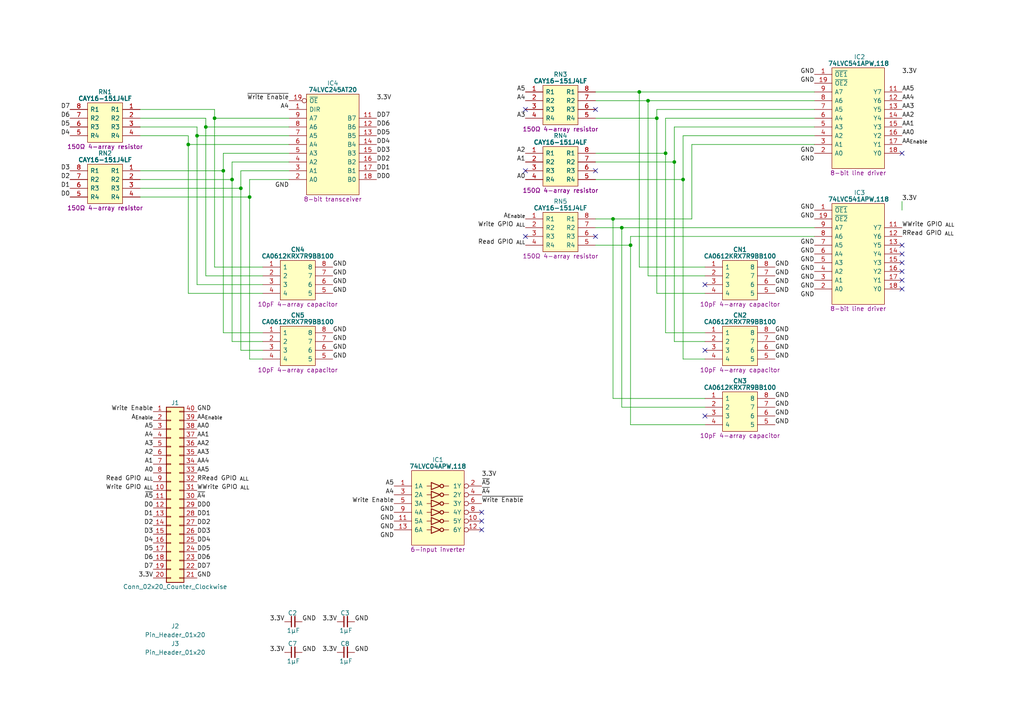
<source format=kicad_sch>
(kicad_sch (version 20250114) (generator "eeschema") (generator_version "9.0")
  (paper "A4")
  (title_block (title "GPIO Bus") (date "2025-04-26") (rev "V0"))
  (lib_symbols
    (symbol "Bourns:CAY16-151J4LF" (pin_names (offset 0.762))
      (property "Reference" "RN" (at 10.16 5.08 0))
      (property "Value" "CAY16-151J4LF" (at 10.16 3.175 0))
      (property "Description" "150Ω 4-array resistor" (at 10.16 -10.795 0))
      (symbol "CAY16-151J4LF_0_0"
        (pin passive line (at 0 0 0) (length 5.08) (name "R1") (number "1"))
        (pin passive line (at 0 -2.54 0) (length 5.08) (name "R2") (number "2"))
        (pin passive line (at 0 -5.08 0) (length 5.08) (name "R3") (number "3"))
        (pin passive line (at 0 -7.62 0) (length 5.08) (name "R4") (number "4"))
        (pin passive line (at 20.32 0 180) (length 5.08) (name "R1") (number "8"))
        (pin passive line (at 20.32 -2.54 180) (length 5.08) (name "R2") (number "7"))
        (pin passive line (at 20.32 -5.08 180) (length 5.08) (name "R3") (number "6"))
        (pin passive line (at 20.32 -7.62 180) (length 5.08) (name "R4") (number "5"))
      )
      (symbol "CAY16-151J4LF_0_1"
        (polyline (pts (xy 5.08 1.905) (xy 15.24 1.905) (xy 15.24 -9.525) (xy 5.08 -9.525) (xy 5.08 1.905)) (stroke (width 0.1524)) (fill (type background)))
      )
    )
    (symbol "Connector_Generic:Conn_02x20_Counter_Clockwise" (pin_names (offset 1.016) (hide yes))
      (property "Reference" "J" (at 1.27 25.4 0))
      (property "Value" "Conn_02x20_Counter_Clockwise" (at 1.27 -27.94 0))
      (symbol "Conn_02x20_Counter_Clockwise_1_1"
        (rectangle (start -1.27 24.13) (end 3.81 -26.67) (stroke (width 0.254)) (fill (type background)))
        (rectangle (start -1.27 22.987) (end 0 22.733) (stroke (width 0.1524)))
        (rectangle (start -1.27 20.447) (end 0 20.193) (stroke (width 0.1524)))
        (rectangle (start -1.27 17.907) (end 0 17.653) (stroke (width 0.1524)))
        (rectangle (start -1.27 15.367) (end 0 15.113) (stroke (width 0.1524)))
        (rectangle (start -1.27 12.827) (end 0 12.573) (stroke (width 0.1524)))
        (rectangle (start -1.27 10.287) (end 0 10.033) (stroke (width 0.1524)))
        (rectangle (start -1.27 7.747) (end 0 7.493) (stroke (width 0.1524)))
        (rectangle (start -1.27 5.207) (end 0 4.953) (stroke (width 0.1524)))
        (rectangle (start -1.27 2.667) (end 0 2.413) (stroke (width 0.1524)))
        (rectangle (start -1.27 0.127) (end 0 -0.127) (stroke (width 0.1524)))
        (rectangle (start -1.27 -2.413) (end 0 -2.667) (stroke (width 0.1524)))
        (rectangle (start -1.27 -4.953) (end 0 -5.207) (stroke (width 0.1524)))
        (rectangle (start -1.27 -7.493) (end 0 -7.747) (stroke (width 0.1524)))
        (rectangle (start -1.27 -10.033) (end 0 -10.287) (stroke (width 0.1524)))
        (rectangle (start -1.27 -12.573) (end 0 -12.827) (stroke (width 0.1524)))
        (rectangle (start -1.27 -15.113) (end 0 -15.367) (stroke (width 0.1524)))
        (rectangle (start -1.27 -17.653) (end 0 -17.907) (stroke (width 0.1524)))
        (rectangle (start -1.27 -20.193) (end 0 -20.447) (stroke (width 0.1524)))
        (rectangle (start -1.27 -22.733) (end 0 -22.987) (stroke (width 0.1524)))
        (rectangle (start -1.27 -25.273) (end 0 -25.527) (stroke (width 0.1524)))
        (rectangle (start 3.81 22.987) (end 2.54 22.733) (stroke (width 0.1524)))
        (rectangle (start 3.81 20.447) (end 2.54 20.193) (stroke (width 0.1524)))
        (rectangle (start 3.81 17.907) (end 2.54 17.653) (stroke (width 0.1524)))
        (rectangle (start 3.81 15.367) (end 2.54 15.113) (stroke (width 0.1524)))
        (rectangle (start 3.81 12.827) (end 2.54 12.573) (stroke (width 0.1524)))
        (rectangle (start 3.81 10.287) (end 2.54 10.033) (stroke (width 0.1524)))
        (rectangle (start 3.81 7.747) (end 2.54 7.493) (stroke (width 0.1524)))
        (rectangle (start 3.81 5.207) (end 2.54 4.953) (stroke (width 0.1524)))
        (rectangle (start 3.81 2.667) (end 2.54 2.413) (stroke (width 0.1524)))
        (rectangle (start 3.81 0.127) (end 2.54 -0.127) (stroke (width 0.1524)))
        (rectangle (start 3.81 -2.413) (end 2.54 -2.667) (stroke (width 0.1524)))
        (rectangle (start 3.81 -4.953) (end 2.54 -5.207) (stroke (width 0.1524)))
        (rectangle (start 3.81 -7.493) (end 2.54 -7.747) (stroke (width 0.1524)))
        (rectangle (start 3.81 -10.033) (end 2.54 -10.287) (stroke (width 0.1524)))
        (rectangle (start 3.81 -12.573) (end 2.54 -12.827) (stroke (width 0.1524)))
        (rectangle (start 3.81 -15.113) (end 2.54 -15.367) (stroke (width 0.1524)))
        (rectangle (start 3.81 -17.653) (end 2.54 -17.907) (stroke (width 0.1524)))
        (rectangle (start 3.81 -20.193) (end 2.54 -20.447) (stroke (width 0.1524)))
        (rectangle (start 3.81 -22.733) (end 2.54 -22.987) (stroke (width 0.1524)))
        (rectangle (start 3.81 -25.273) (end 2.54 -25.527) (stroke (width 0.1524)))
        (pin passive line (at -5.08 22.86 0) (length 3.81) (name "Pin_1") (number "1"))
        (pin passive line (at -5.08 20.32 0) (length 3.81) (name "Pin_2") (number "2"))
        (pin passive line (at -5.08 17.78 0) (length 3.81) (name "Pin_3") (number "3"))
        (pin passive line (at -5.08 15.24 0) (length 3.81) (name "Pin_4") (number "4"))
        (pin passive line (at -5.08 12.7 0) (length 3.81) (name "Pin_5") (number "5"))
        (pin passive line (at -5.08 10.16 0) (length 3.81) (name "Pin_6") (number "6"))
        (pin passive line (at -5.08 7.62 0) (length 3.81) (name "Pin_7") (number "7"))
        (pin passive line (at -5.08 5.08 0) (length 3.81) (name "Pin_8") (number "8"))
        (pin passive line (at -5.08 2.54 0) (length 3.81) (name "Pin_9") (number "9"))
        (pin passive line (at -5.08 0 0) (length 3.81) (name "Pin_10") (number "10"))
        (pin passive line (at -5.08 -2.54 0) (length 3.81) (name "Pin_11") (number "11"))
        (pin passive line (at -5.08 -5.08 0) (length 3.81) (name "Pin_12") (number "12"))
        (pin passive line (at -5.08 -7.62 0) (length 3.81) (name "Pin_13") (number "13"))
        (pin passive line (at -5.08 -10.16 0) (length 3.81) (name "Pin_14") (number "14"))
        (pin passive line (at -5.08 -12.7 0) (length 3.81) (name "Pin_15") (number "15"))
        (pin passive line (at -5.08 -15.24 0) (length 3.81) (name "Pin_16") (number "16"))
        (pin passive line (at -5.08 -17.78 0) (length 3.81) (name "Pin_17") (number "17"))
        (pin passive line (at -5.08 -20.32 0) (length 3.81) (name "Pin_18") (number "18"))
        (pin passive line (at -5.08 -22.86 0) (length 3.81) (name "Pin_19") (number "19"))
        (pin passive line (at -5.08 -25.4 0) (length 3.81) (name "Pin_20") (number "20"))
        (pin passive line (at 7.62 22.86 180) (length 3.81) (name "Pin_40") (number "40"))
        (pin passive line (at 7.62 20.32 180) (length 3.81) (name "Pin_39") (number "39"))
        (pin passive line (at 7.62 17.78 180) (length 3.81) (name "Pin_38") (number "38"))
        (pin passive line (at 7.62 15.24 180) (length 3.81) (name "Pin_37") (number "37"))
        (pin passive line (at 7.62 12.7 180) (length 3.81) (name "Pin_36") (number "36"))
        (pin passive line (at 7.62 10.16 180) (length 3.81) (name "Pin_35") (number "35"))
        (pin passive line (at 7.62 7.62 180) (length 3.81) (name "Pin_34") (number "34"))
        (pin passive line (at 7.62 5.08 180) (length 3.81) (name "Pin_33") (number "33"))
        (pin passive line (at 7.62 2.54 180) (length 3.81) (name "Pin_32") (number "32"))
        (pin passive line (at 7.62 0 180) (length 3.81) (name "Pin_31") (number "31"))
        (pin passive line (at 7.62 -2.54 180) (length 3.81) (name "Pin_30") (number "30"))
        (pin passive line (at 7.62 -5.08 180) (length 3.81) (name "Pin_29") (number "29"))
        (pin passive line (at 7.62 -7.62 180) (length 3.81) (name "Pin_28") (number "28"))
        (pin passive line (at 7.62 -10.16 180) (length 3.81) (name "Pin_27") (number "27"))
        (pin passive line (at 7.62 -12.7 180) (length 3.81) (name "Pin_26") (number "26"))
        (pin passive line (at 7.62 -15.24 180) (length 3.81) (name "Pin_25") (number "25"))
        (pin passive line (at 7.62 -17.78 180) (length 3.81) (name "Pin_24") (number "24"))
        (pin passive line (at 7.62 -20.32 180) (length 3.81) (name "Pin_23") (number "23"))
        (pin passive line (at 7.62 -22.86 180) (length 3.81) (name "Pin_22") (number "22"))
        (pin passive line (at 7.62 -25.4 180) (length 3.81) (name "Pin_21") (number "21"))
      )
    )
    (symbol "Diodes_Inc:74LVC245AT20" (pin_names (offset 0.762))
      (property "Reference" "IC" (at 12.7 5.08 0))
      (property "Value" "74LVC245AT20" (at 12.7 3.175 0))
      (property "Description" "8-bit transceiver" (at 12.7 -28.575 0))
      (symbol "74LVC245AT20_0_0"
        (pin input inverted (at 0 0 0) (length 5.08) (name "~{OE}") (number "19"))
        (pin input line (at 0 -2.54 0) (length 5.08) (name "DIR") (number "1"))
        (pin tri_state line (at 0 -5.08 0) (length 5.08) (name "A7") (number "9"))
        (pin tri_state line (at 0 -7.62 0) (length 5.08) (name "A6") (number "8"))
        (pin tri_state line (at 0 -10.16 0) (length 5.08) (name "A5") (number "7"))
        (pin tri_state line (at 0 -12.7 0) (length 5.08) (name "A4") (number "6"))
        (pin tri_state line (at 0 -15.24 0) (length 5.08) (name "A3") (number "5"))
        (pin tri_state line (at 0 -17.78 0) (length 5.08) (name "A2") (number "4"))
        (pin tri_state line (at 0 -20.32 0) (length 5.08) (name "A1") (number "3"))
        (pin tri_state line (at 0 -22.86 0) (length 5.08) (name "A0") (number "2"))
        (pin passive line (at 0 -25.4 0) (length 5.08) (hide yes) (name "GND") (number "10"))
        (pin tri_state line (at 25.4 -5.08 180) (length 5.08) (name "B7") (number "11"))
        (pin tri_state line (at 25.4 -7.62 180) (length 5.08) (name "B6") (number "12"))
        (pin tri_state line (at 25.4 -10.16 180) (length 5.08) (name "B5") (number "13"))
        (pin tri_state line (at 25.4 -12.7 180) (length 5.08) (name "B4") (number "14"))
        (pin tri_state line (at 25.4 -15.24 180) (length 5.08) (name "B3") (number "15"))
        (pin tri_state line (at 25.4 -17.78 180) (length 5.08) (name "B2") (number "16"))
        (pin tri_state line (at 25.4 -20.32 180) (length 5.08) (name "B1") (number "17"))
        (pin tri_state line (at 25.4 -22.86 180) (length 5.08) (name "B0") (number "18"))
      )
      (symbol "74LVC245AT20_0_1"
        (polyline (pts (xy 5.08 1.905) (xy 20.32 1.905) (xy 20.32 -27.305) (xy 5.08 -27.305) (xy 5.08 1.905)) (stroke (width 0.1524)) (fill (type background)))
      )
      (symbol "74LVC245AT20_1_0"
        (pin passive line (at 25.4 0 180) (length 5.08) (hide yes) (name "3V") (number "20"))
      )
    )
    (symbol "HCP65:C_0805" (pin_numbers (hide yes)) (pin_names (offset 0.254) (hide yes))
      (property "Reference" "C" (at 2.286 2.54 0))
      (property "Value" "?μF" (at 2.54 -2.54 0))
      (symbol "C_0805_0_1"
        (polyline (pts (xy 1.9685 -1.4605) (xy 1.9685 1.5875)) (stroke (width 0.3048)))
        (polyline (pts (xy 2.9845 -1.4605) (xy 2.9845 1.5875)) (stroke (width 0.3302)))
      )
      (symbol "C_0805_1_1"
        (pin passive line (at 0 0 0) (length 2.032) (name "~") (number "1"))
        (pin passive line (at 5.08 0 180) (length 2.032) (name "~") (number "2"))
      )
    )
    (symbol "HCP65:Pin_Header_01x32" (pin_names (offset 1.016) (hide yes))
      (property "Reference" "J" (at 0 1.27 0))
      (property "Value" "Pin_Header_01x32" (at 0 -1.27 0))
    )
    (symbol "Nexperia:74LVC04APW,118" (pin_names (offset 0.762))
      (property "Reference" "IC" (at 12.7 7.62 0))
      (property "Value" "74LVC04APW,118" (at 12.7 5.715 0))
      (property "Description" "6-input inverter" (at 12.7 -18.415 0))
      (symbol "74LVC04APW,118_0_0"
        (pin input line (at 0 0 0) (length 5.08) (name "1A") (number "1"))
        (pin input line (at 0 -2.54 0) (length 5.08) (name "2A") (number "3"))
        (pin input line (at 0 -5.08 0) (length 5.08) (name "3A") (number "5"))
        (pin input line (at 0 -7.62 0) (length 5.08) (name "4A") (number "9"))
        (pin input line (at 0 -10.16 0) (length 5.08) (name "5A") (number "11"))
        (pin input line (at 0 -12.7 0) (length 5.08) (name "6A") (number "13"))
        (pin passive line (at 0 -15.24 0) (length 5.08) (hide yes) (name "GND") (number "7"))
        (pin passive line (at 25.4 2.54 180) (length 5.08) (hide yes) (name "3V") (number "14"))
        (pin output inverted (at 25.4 0 180) (length 5.08) (name "1Y") (number "2"))
        (pin output inverted (at 25.4 -2.54 180) (length 5.08) (name "2Y") (number "4"))
        (pin output inverted (at 25.4 -5.08 180) (length 5.08) (name "3Y") (number "6"))
        (pin output inverted (at 25.4 -7.62 180) (length 5.08) (name "4Y") (number "8"))
        (pin output inverted (at 25.4 -10.16 180) (length 5.08) (name "5Y") (number "10"))
        (pin output inverted (at 25.4 -12.7 180) (length 5.08) (name "6Y") (number "12"))
      )
      (symbol "74LVC04APW,118_0_1"
        (polyline (pts (xy 5.08 4.445) (xy 20.32 4.445) (xy 20.32 -17.145) (xy 5.08 -17.145) (xy 5.08 4.445)) (stroke (width 0.1524)) (fill (type background)))
        (polyline (pts (xy 9.525 0) (xy 10.7949 0)))
        (polyline (pts (xy 9.525 -2.54) (xy 10.7949 -2.54)))
        (polyline (pts (xy 9.525 -5.08) (xy 10.7949 -5.08)))
        (polyline (pts (xy 9.525 -7.62) (xy 10.7949 -7.62)))
        (polyline (pts (xy 9.525 -10.16) (xy 10.7949 -10.16)))
        (polyline (pts (xy 9.525 -12.7) (xy 10.7949 -12.7)))
        (rectangle (start 10.795 1.016) (end 10.795 -1.016) (stroke (width 0.254)) (fill (type background)))
        (polyline (pts (xy 10.795 -1.016) (xy 13.335 0) (xy 10.795 1.016)) (stroke (width 0.254)))
        (rectangle (start 10.795 -1.524) (end 10.795 -3.556) (stroke (width 0.254)) (fill (type background)))
        (polyline (pts (xy 10.795 -3.556) (xy 13.335 -2.54) (xy 10.795 -1.524)) (stroke (width 0.254)))
        (rectangle (start 10.795 -4.064) (end 10.795 -6.096) (stroke (width 0.254)) (fill (type background)))
        (polyline (pts (xy 10.795 -6.096) (xy 13.335 -5.08) (xy 10.795 -4.064)) (stroke (width 0.254)))
        (rectangle (start 10.795 -6.604) (end 10.795 -8.636) (stroke (width 0.254)) (fill (type background)))
        (polyline (pts (xy 10.795 -8.636) (xy 13.335 -7.62) (xy 10.795 -6.604)) (stroke (width 0.254)))
        (rectangle (start 10.795 -9.144) (end 10.795 -11.176) (stroke (width 0.254)) (fill (type background)))
        (polyline (pts (xy 10.795 -11.176) (xy 13.335 -10.16) (xy 10.795 -9.144)) (stroke (width 0.254)))
        (rectangle (start 10.795 -11.684) (end 10.795 -13.716) (stroke (width 0.254)) (fill (type background)))
        (polyline (pts (xy 10.795 -13.716) (xy 13.335 -12.7) (xy 10.795 -11.684)) (stroke (width 0.254)))
        (circle (center 13.843 0) (radius 0.508) (stroke (width 0.254)))
        (circle (center 13.843 -2.54) (radius 0.508) (stroke (width 0.254)))
        (circle (center 13.843 -5.08) (radius 0.508) (stroke (width 0.254)))
        (circle (center 13.843 -7.62) (radius 0.508) (stroke (width 0.254)))
        (circle (center 13.843 -10.16) (radius 0.508) (stroke (width 0.254)))
        (circle (center 13.843 -12.7) (radius 0.508) (stroke (width 0.254)))
        (polyline (pts (xy 14.351 0) (xy 15.875 0)))
        (polyline (pts (xy 14.351 -2.54) (xy 15.875 -2.54)))
        (polyline (pts (xy 14.351 -5.08) (xy 15.875 -5.08)))
        (polyline (pts (xy 14.351 -7.62) (xy 15.875 -7.62)))
        (polyline (pts (xy 14.351 -10.16) (xy 15.875 -10.16)))
        (polyline (pts (xy 14.351 -12.7) (xy 15.875 -12.7)))
      )
    )
    (symbol "Nexperia:74LVC541APW,118" (pin_names (offset 0.762))
      (property "Reference" "IC" (at 11.43 5.08 0))
      (property "Value" "74LVC541APW,118" (at 3.81 3.175 0))
      (property "Description" "8-bit line driver" (at 12.7 -28.575 0))
      (symbol "74LVC541APW,118_0_0"
        (pin input line (at 0 0 0) (length 5.08) (name "~{OE1}") (number "1"))
        (pin input line (at 0 -2.54 0) (length 5.08) (name "~{OE2}") (number "19"))
        (pin input line (at 0 -5.08 0) (length 5.08) (name "A7") (number "9"))
        (pin input line (at 0 -7.62 0) (length 5.08) (name "A6") (number "8"))
        (pin input line (at 0 -10.16 0) (length 5.08) (name "A5") (number "7"))
        (pin input line (at 0 -12.7 0) (length 5.08) (name "A4") (number "6"))
        (pin input line (at 0 -15.24 0) (length 5.08) (name "A3") (number "5"))
        (pin input line (at 0 -17.78 0) (length 5.08) (name "A2") (number "4"))
        (pin input line (at 0 -20.32 0) (length 5.08) (name "A1") (number "3"))
        (pin input line (at 0 -22.86 0) (length 5.08) (name "A0") (number "2"))
        (pin passive line (at 0 -25.4 0) (length 5.08) (hide yes) (name "GND") (number "10"))
        (pin passive line (at 25.4 0 180) (length 5.08) (hide yes) (name "3V") (number "20"))
        (pin tri_state line (at 25.4 -5.08 180) (length 5.08) (name "Y7") (number "11"))
        (pin tri_state line (at 25.4 -7.62 180) (length 5.08) (name "Y6") (number "12"))
        (pin tri_state line (at 25.4 -10.16 180) (length 5.08) (name "Y5") (number "13"))
        (pin tri_state line (at 25.4 -12.7 180) (length 5.08) (name "Y4") (number "14"))
        (pin tri_state line (at 25.4 -15.24 180) (length 5.08) (name "Y3") (number "15"))
        (pin tri_state line (at 25.4 -17.78 180) (length 5.08) (name "Y2") (number "16"))
        (pin tri_state line (at 25.4 -20.32 180) (length 5.08) (name "Y1") (number "17"))
        (pin tri_state line (at 25.4 -22.86 180) (length 5.08) (name "Y0") (number "18"))
      )
      (symbol "74LVC541APW,118_0_1"
        (polyline (pts (xy 5.08 1.905) (xy 20.32 1.905) (xy 20.32 -27.305) (xy 5.08 -27.305) (xy 5.08 1.905)) (stroke (width 0.1524)) (fill (type background)))
      )
    )
    (symbol "Yageo:CA0612KRX7R9BB100" (pin_names (offset 0.762))
      (property "Reference" "CN" (at 10.16 5.08 0))
      (property "Value" "CA0612KRX7R9BB100" (at 10.16 3.175 0))
      (property "Description" "10pF 4-array capacitor" (at 10.16 -10.795 0))
      (symbol "CA0612KRX7R9BB100_0_0"
        (pin passive line (at 0 0 0) (length 5.08) (name "1") (number "1"))
        (pin passive line (at 0 -2.54 0) (length 5.08) (name "2") (number "2"))
        (pin passive line (at 0 -5.08 0) (length 5.08) (name "3") (number "3"))
        (pin passive line (at 0 -7.62 0) (length 5.08) (name "4") (number "4"))
        (pin passive line (at 20.32 0 180) (length 5.08) (name "8") (number "8"))
        (pin passive line (at 20.32 -2.54 180) (length 5.08) (name "7") (number "7"))
        (pin passive line (at 20.32 -5.08 180) (length 5.08) (name "6") (number "6"))
        (pin passive line (at 20.32 -7.62 180) (length 5.08) (name "5") (number "5"))
      )
      (symbol "CA0612KRX7R9BB100_1_1"
        (polyline (pts (xy 5.08 1.905) (xy 15.24 1.905) (xy 15.24 -9.525) (xy 5.08 -9.525) (xy 5.08 1.905)) (stroke (width 0.1524)) (fill (type background)))
      )
    )
  )
  (junction (at 180.34 66.04))
  (junction (at 59.69 36.83))
  (junction (at 69.85 54.61))
  (junction (at 177.8 63.5))
  (junction (at 193.04 44.45))
  (junction (at 185.42 26.67))
  (junction (at 190.5 34.29))
  (junction (at 195.58 46.99))
  (junction (at 62.23 34.29))
  (junction (at 54.61 41.91))
  (junction (at 182.88 71.12))
  (junction (at 67.31 52.07))
  (junction (at 198.12 52.07))
  (junction (at 72.39 57.15))
  (junction (at 187.96 29.21))
  (junction (at 57.15 39.37))
  (junction (at 64.77 49.53))
  (no_connect (at 152.4 68.58))
  (no_connect (at 261.62 44.45))
  (no_connect (at 261.62 73.66))
  (no_connect (at 139.7 148.59))
  (no_connect (at 204.47 101.6))
  (no_connect (at 261.62 78.74))
  (no_connect (at 139.7 151.13))
  (no_connect (at 261.62 83.82))
  (no_connect (at 152.4 49.53))
  (no_connect (at 139.7 153.67))
  (no_connect (at 172.72 49.53))
  (no_connect (at 204.47 120.65))
  (no_connect (at 261.62 71.12))
  (no_connect (at 172.72 31.75))
  (no_connect (at 261.62 81.28))
  (no_connect (at 152.4 31.75))
  (no_connect (at 204.47 82.55))
  (no_connect (at 261.62 76.2))
  (no_connect (at 172.72 68.58))
  (wire (pts (xy 83.82 44.45) (xy 64.77 44.45)))
  (wire (pts (xy 59.69 34.29) (xy 40.64 34.29)))
  (wire (pts (xy 195.58 99.06) (xy 195.58 46.99)))
  (wire (pts (xy 204.47 104.14) (xy 198.12 104.14)))
  (wire (pts (xy 62.23 31.75) (xy 62.23 34.29)))
  (wire (pts (xy 57.15 39.37) (xy 57.15 36.83)))
  (wire (pts (xy 187.96 29.21) (xy 236.22 29.21)))
  (wire (pts (xy 190.5 85.09) (xy 204.47 85.09)))
  (wire (pts (xy 195.58 46.99) (xy 172.72 46.99)))
  (wire (pts (xy 69.85 101.6) (xy 69.85 54.61)))
  (wire (pts (xy 57.15 36.83) (xy 40.64 36.83)))
  (wire (pts (xy 190.5 31.75) (xy 236.22 31.75)))
  (wire (pts (xy 67.31 46.99) (xy 67.31 52.07)))
  (wire (pts (xy 198.12 39.37) (xy 198.12 52.07)))
  (wire (pts (xy 54.61 85.09) (xy 54.61 41.91)))
  (wire (pts (xy 180.34 66.04) (xy 236.22 66.04)))
  (wire (pts (xy 76.2 96.52) (xy 64.77 96.52)))
  (wire (pts (xy 76.2 85.09) (xy 54.61 85.09)))
  (wire (pts (xy 180.34 118.11) (xy 180.34 66.04)))
  (wire (pts (xy 204.47 115.57) (xy 177.8 115.57)))
  (wire (pts (xy 204.47 118.11) (xy 180.34 118.11)))
  (wire (pts (xy 83.82 36.83) (xy 59.69 36.83)))
  (wire (pts (xy 64.77 49.53) (xy 40.64 49.53)))
  (wire (pts (xy 204.47 80.01) (xy 187.96 80.01)))
  (wire (pts (xy 64.77 96.52) (xy 64.77 49.53)))
  (wire (pts (xy 40.64 57.15) (xy 72.39 57.15)))
  (wire (pts (xy 76.2 101.6) (xy 69.85 101.6)))
  (wire (pts (xy 76.2 82.55) (xy 57.15 82.55)))
  (wire (pts (xy 83.82 41.91) (xy 54.61 41.91)))
  (wire (pts (xy 261.62 60.96) (xy 261.62 58.42)))
  (wire (pts (xy 72.39 104.14) (xy 72.39 57.15)))
  (wire (pts (xy 69.85 49.53) (xy 69.85 54.61)))
  (wire (pts (xy 76.2 77.47) (xy 62.23 77.47)))
  (wire (pts (xy 76.2 99.06) (xy 67.31 99.06)))
  (wire (pts (xy 76.2 80.01) (xy 59.69 80.01)))
  (wire (pts (xy 177.8 115.57) (xy 177.8 63.5)))
  (wire (pts (xy 54.61 39.37) (xy 40.64 39.37)))
  (wire (pts (xy 72.39 52.07) (xy 83.82 52.07)))
  (wire (pts (xy 187.96 80.01) (xy 187.96 29.21)))
  (wire (pts (xy 190.5 34.29) (xy 190.5 85.09)))
  (wire (pts (xy 72.39 57.15) (xy 72.39 52.07)))
  (wire (pts (xy 204.47 96.52) (xy 193.04 96.52)))
  (wire (pts (xy 193.04 44.45) (xy 193.04 34.29)))
  (wire (pts (xy 182.88 71.12) (xy 182.88 123.19)))
  (wire (pts (xy 59.69 80.01) (xy 59.69 36.83)))
  (wire (pts (xy 62.23 34.29) (xy 83.82 34.29)))
  (wire (pts (xy 236.22 41.91) (xy 200.66 41.91)))
  (wire (pts (xy 62.23 77.47) (xy 62.23 34.29)))
  (wire (pts (xy 172.72 52.07) (xy 198.12 52.07)))
  (wire (pts (xy 40.64 31.75) (xy 62.23 31.75)))
  (wire (pts (xy 190.5 34.29) (xy 190.5 31.75)))
  (wire (pts (xy 236.22 39.37) (xy 198.12 39.37)))
  (wire (pts (xy 193.04 96.52) (xy 193.04 44.45)))
  (wire (pts (xy 204.47 77.47) (xy 185.42 77.47)))
  (wire (pts (xy 182.88 68.58) (xy 236.22 68.58)))
  (wire (pts (xy 172.72 34.29) (xy 190.5 34.29)))
  (wire (pts (xy 172.72 29.21) (xy 187.96 29.21)))
  (wire (pts (xy 69.85 54.61) (xy 40.64 54.61)))
  (wire (pts (xy 172.72 44.45) (xy 193.04 44.45)))
  (wire (pts (xy 59.69 36.83) (xy 59.69 34.29)))
  (wire (pts (xy 67.31 46.99) (xy 83.82 46.99)))
  (wire (pts (xy 193.04 34.29) (xy 236.22 34.29)))
  (wire (pts (xy 182.88 68.58) (xy 182.88 71.12)))
  (wire (pts (xy 83.82 39.37) (xy 57.15 39.37)))
  (wire (pts (xy 236.22 36.83) (xy 195.58 36.83)))
  (wire (pts (xy 76.2 104.14) (xy 72.39 104.14)))
  (wire (pts (xy 64.77 44.45) (xy 64.77 49.53)))
  (wire (pts (xy 200.66 41.91) (xy 200.66 63.5)))
  (wire (pts (xy 204.47 123.19) (xy 182.88 123.19)))
  (wire (pts (xy 83.82 49.53) (xy 69.85 49.53)))
  (wire (pts (xy 198.12 52.07) (xy 198.12 104.14)))
  (wire (pts (xy 172.72 71.12) (xy 182.88 71.12)))
  (wire (pts (xy 67.31 99.06) (xy 67.31 52.07)))
  (wire (pts (xy 172.72 66.04) (xy 180.34 66.04)))
  (wire (pts (xy 185.42 77.47) (xy 185.42 26.67)))
  (wire (pts (xy 204.47 99.06) (xy 195.58 99.06)))
  (wire (pts (xy 57.15 82.55) (xy 57.15 39.37)))
  (wire (pts (xy 177.8 63.5) (xy 200.66 63.5)))
  (wire (pts (xy 185.42 26.67) (xy 236.22 26.67)))
  (wire (pts (xy 195.58 36.83) (xy 195.58 46.99)))
  (wire (pts (xy 67.31 52.07) (xy 40.64 52.07)))
  (wire (pts (xy 172.72 63.5) (xy 177.8 63.5)))
  (wire (pts (xy 172.72 26.67) (xy 185.42 26.67)))
  (wire (pts (xy 54.61 41.91) (xy 54.61 39.37)))
  (label "A1" (at 152.4 46.99 180))
  (label "~{Write Enable}" (at 83.82 29.21 180))
  (label "AA_{Enable}" (at 57.15 121.92 0))
  (label "GND" (at 236.22 71.12 180))
  (label "A4" (at 114.3 143.51 180))
  (label "A4" (at 152.4 29.21 180))
  (label "GND" (at 224.79 120.65 0))
  (label "GND" (at 96.52 85.09 0))
  (label "D1" (at 20.32 54.61 180))
  (label "DD3" (at 109.22 44.45 0))
  (label "GND" (at 102.87 180.34 0))
  (label "DD7" (at 57.15 165.1 0))
  (label "Write GPIO _{ALL}" (at 44.45 142.24 180))
  (label "3.3V" (at 97.79 189.23 180))
  (label "A4" (at 83.82 31.75 180))
  (label "GND" (at 96.52 96.52 0))
  (label "A2" (at 152.4 44.45 180))
  (label "GND" (at 236.22 63.5 180))
  (label "DD5" (at 57.15 160.02 0))
  (label "~{A5}" (at 44.45 144.78 180))
  (label "D7" (at 44.45 165.1 180))
  (label "AA2" (at 261.62 34.29 0))
  (label "A5" (at 152.4 26.67 180))
  (label "AA2" (at 57.15 129.54 0))
  (label "GND" (at 236.22 24.13 180))
  (label "RRead GPIO _{ALL}" (at 261.62 68.58 0))
  (label "D5" (at 20.32 36.83 180))
  (label "3.3V" (at 44.45 167.64 180))
  (label "D6" (at 20.32 34.29 180))
  (label "GND" (at 236.22 78.74 180))
  (label "GND" (at 236.22 60.96 180))
  (label "AA4" (at 261.62 29.21 0))
  (label "DD1" (at 109.22 49.53 0))
  (label "GND" (at 96.52 82.55 0))
  (label "GND" (at 236.22 86.36 180))
  (label "GND" (at 224.79 82.55 0))
  (label "AA3" (at 261.62 31.75 0))
  (label "GND" (at 96.52 77.47 0))
  (label "D5" (at 44.45 160.02 180))
  (label "Read GPIO _{ALL}" (at 152.4 71.12 180))
  (label "D4" (at 20.32 39.37 180))
  (label "DD6" (at 57.15 162.56 0))
  (label "GND" (at 57.15 167.64 0))
  (label "D2" (at 44.45 152.4 180))
  (label "GND" (at 83.82 54.61 180))
  (label "DD1" (at 57.15 149.86 0))
  (label "GND" (at 224.79 80.01 0))
  (label "Write GPIO _{ALL}" (at 152.4 66.04 180))
  (label "D3" (at 20.32 49.53 180))
  (label "A5" (at 114.3 140.97 180))
  (label "A3" (at 152.4 34.29 180))
  (label "DD4" (at 57.15 157.48 0))
  (label "Write Enable" (at 44.45 119.38 180))
  (label "AA0" (at 261.62 39.37 0))
  (label "GND" (at 102.87 189.23 0))
  (label "GND" (at 96.52 101.6 0))
  (label "D4" (at 44.45 157.48 180))
  (label "GND" (at 224.79 77.47 0))
  (label "DD0" (at 57.15 147.32 0))
  (label "A0" (at 152.4 52.07 180))
  (label "GND" (at 114.3 156.21 180))
  (label "GND" (at 224.79 104.14 0))
  (label "GND" (at 96.52 99.06 0))
  (label "D2" (at 20.32 52.07 180))
  (label "GND" (at 236.22 73.66 180))
  (label "AA4" (at 57.15 134.62 0))
  (label "GND" (at 236.22 83.82 180))
  (label "3.3V" (at 82.55 180.34 180))
  (label "D7" (at 20.32 31.75 180))
  (label "D1" (at 44.45 149.86 180))
  (label "GND" (at 236.22 44.45 180))
  (label "GND" (at 114.3 148.59 180))
  (label "3.3V" (at 139.7 138.43 0))
  (label "AA3" (at 57.15 132.08 0))
  (label "GND" (at 96.52 80.01 0))
  (label "GND" (at 236.22 76.2 180))
  (label "A5" (at 44.45 124.46 180))
  (label "AA5" (at 261.62 26.67 0))
  (label "AA1" (at 261.62 36.83 0))
  (label "D0" (at 20.32 57.15 180))
  (label "GND" (at 114.3 153.67 180))
  (label "Write Enable" (at 114.3 146.05 180))
  (label "~{A5}" (at 139.7 140.97 0))
  (label "GND" (at 114.3 151.13 180))
  (label "D3" (at 44.45 154.94 180))
  (label "GND" (at 87.63 180.34 0))
  (label "GND" (at 236.22 46.99 180))
  (label "GND" (at 224.79 118.11 0))
  (label "WWrite GPIO _{ALL}" (at 57.15 142.24 0))
  (label "GND" (at 236.22 21.59 180))
  (label "A4" (at 44.45 127 180))
  (label "A_{Enable}" (at 152.4 63.5 180))
  (label "~{A4}" (at 57.15 144.78 0))
  (label "3.3V" (at 261.62 21.59 0))
  (label "GND" (at 236.22 81.28 180))
  (label "DD7" (at 109.22 34.29 0))
  (label "AA_{Enable}" (at 261.62 41.91 0))
  (label "GND" (at 224.79 115.57 0))
  (label "DD4" (at 109.22 41.91 0))
  (label "GND" (at 96.52 104.14 0))
  (label "A1" (at 44.45 134.62 180))
  (label "~{Write Enable}" (at 139.7 146.05 0))
  (label "DD2" (at 109.22 46.99 0))
  (label "GND" (at 224.79 99.06 0))
  (label "AA0" (at 57.15 124.46 0))
  (label "3.3V" (at 97.79 180.34 180))
  (label "~{A4}" (at 139.7 143.51 0))
  (label "AA1" (at 57.15 127 0))
  (label "3.3V" (at 82.55 189.23 180))
  (label "GND" (at 224.79 85.09 0))
  (label "A3" (at 44.45 129.54 180))
  (label "RRead GPIO _{ALL}" (at 57.15 139.7 0))
  (label "3.3V" (at 261.62 58.42 0))
  (label "DD0" (at 109.22 52.07 0))
  (label "DD3" (at 57.15 154.94 0))
  (label "DD2" (at 57.15 152.4 0))
  (label "AA5" (at 57.15 137.16 0))
  (label "GND" (at 87.63 189.23 0))
  (label "A0" (at 44.45 137.16 180))
  (label "A_{Enable}" (at 44.45 121.92 180))
  (label "A2" (at 44.45 132.08 180))
  (label "GND" (at 224.79 96.52 0))
  (label "GND" (at 224.79 123.19 0))
  (label "GND" (at 57.15 119.38 0))
  (label "DD6" (at 109.22 36.83 0))
  (label "D6" (at 44.45 162.56 180))
  (label "3.3V" (at 109.22 29.21 0))
  (label "D0" (at 44.45 147.32 180))
  (label "GND" (at 224.79 101.6 0))
  (label "WWrite GPIO _{ALL}" (at 261.62 66.04 0))
  (label "Read GPIO _{ALL}" (at 44.45 139.7 180))
  (label "DD5" (at 109.22 39.37 0))
  (symbol (lib_id "HCP65:Pin_Header_01x32") (at 50.8 187.96 0) (unit 1)
    (property "Reference" "J3" (at 50.8 186.69 0))
    (property "Value" "Pin_Header_01x20" (at 50.8 189.23 0))
    (property "Footprint" "SamacSys_Parts:PinHeader_1x20_P2.54mm_Vertical" (effects (hide yes)))
  )
  (symbol (lib_id "Bourns:CAY16-151J4LF") (at 152.4 63.5 0) (unit 1)
    (property "Reference" "RN5" (at 162.56 58.42 0))
    (property "Value" "CAY16-151J4LF" (at 162.56 60.325 0) (effects (font (bold yes))))
    (property "Footprint" "SamacSys_Parts:CAY16-J4" (effects (hide yes)))
    (property "Datasheet" "https://datasheet.datasheetarchive.com/originals/distributors/SFDatasheet-7/sf-000140092.pdf" (effects (hide yes)))
    (property "Description" "150Ω 4-array resistor" (at 162.56 74.295 0))
    (property "Height" "0.6" (effects (hide yes)))
    (property "Manufacturer_Name" "Bourns" (effects (hide yes)))
    (property "Manufacturer_Part_Number" "CAY16-151J4LF" (effects (hide yes)))
    (property "Mouser Part Number" "652-CAY16-151J4LF" (effects (hide yes)))
    (property "Mouser Price/Stock" "https://www.mouser.co.uk/ProductDetail/Bourns/CAY16-151J4LF?qs=Qv7qbSW4mEF5GWsPNNp3QA%3D%3D" (effects (hide yes)))
    (property "Arrow Part Number" "CAY16-151J4LF" (effects (hide yes)))
    (property "Arrow Price/Stock" "https://www.arrow.com/en/products/cay16-151j4lf/bourns" (effects (hide yes)))
    (property "Silkscreen" "150Ω" (effects (hide yes)))
    (property "Garbage" "Bourns CAY16 Series 150 +/-5% Isolated SMT Resistor Array, 4 Resistors, 0.25W total 1206 (3216M) package Convex" (effects (hide yes)))
  )
  (symbol (lib_id "Nexperia:74LVC541APW,118") (at 236.22 60.96 0) (unit 1)
    (property "Reference" "IC3" (at 247.65 55.88 0) (effects (justify left)))
    (property "Value" "74LVC541APW,118" (at 240.03 57.785 0) (effects (font (bold yes)) (justify left)))
    (property "Footprint" "SamacSys_Parts:SOP65P640X110-20N" (effects (hide yes)))
    (property "Datasheet" "https://assets.nexperia.com/documents/data-sheet/74LVC541A.pdf" (effects (hide yes)))
    (property "Description" "8-bit line driver" (at 248.92 89.535 0))
    (property "Height" "1.1" (effects (hide yes)))
    (property "Mouser Part Number" "771-74LVC541APW-T" (effects (hide yes)))
    (property "Mouser Price/Stock" "https://www.mouser.co.uk/ProductDetail/Nexperia/74LVC541APW118?qs=me8TqzrmIYXvoPByM7nnJQ%3D%3D" (effects (hide yes)))
    (property "Manufacturer_Name" "Nexperia" (effects (hide yes)))
    (property "Manufacturer_Part_Number" "74LVC541APW,118" (effects (hide yes)))
    (property "Silkscreen" "74LVC541" (effects (hide yes)))
    (property "Garbage" "74LVC541A - Octal buffer/line driver with 5 V tolerant inputs/outputs; 3-state@en-us" (effects (hide yes)))
  )
  (symbol (lib_id "Yageo:CA0612KRX7R9BB100") (at 204.47 115.57 0) (unit 1)
    (property "Reference" "CN3" (at 214.63 110.49 0) (effects (font (bold yes))))
    (property "Value" "CA0612KRX7R9BB100" (at 214.63 112.395 0) (effects (font (bold yes))))
    (property "Footprint" "SamacSys_Parts:CA0612KRX7R9BB100" (effects (hide yes)))
    (property "Datasheet" "https://componentsearchengine.com/Datasheets/1/CA0612KRX7R9BB102.pdf" (effects (hide yes)))
    (property "Description" "10pF 4-array capacitor" (at 214.63 126.365 0))
    (property "Manufacturer_Name" "KEMET" (effects (hide yes)))
    (property "Manufacturer_Part_Number" "CA0612KRX7R9BB102" (effects (hide yes)))
    (property "Mouser Part Number" "603-CA612KRX7R9BB102" (effects (hide yes)))
    (property "Mouser Price/Stock" "https://www.mouser.co.uk/ProductDetail/YAGEO/CA0612KRX7R9BB102?qs=50q%252BZR8McTG8nSzW%2FPfXjQ%3D%3D" (effects (hide yes)))
    (property "Silkscreen" "10pF" (effects (hide yes)))
  )
  (symbol (lib_id "HCP65:C_0805") (at 97.79 180.34 0) (unit 1)
    (property "Reference" "C3" (at 100.076 177.8 0))
    (property "Value" "1μF" (at 100.33 182.88 0))
    (property "Footprint" "SamacSys_Parts:C_0805" (effects (hide yes)))
  )
  (symbol (lib_id "Yageo:CA0612KRX7R9BB100") (at 204.47 96.52 0) (unit 1)
    (property "Reference" "CN2" (at 214.63 91.44 0) (effects (font (bold yes))))
    (property "Value" "CA0612KRX7R9BB100" (at 214.63 93.345 0) (effects (font (bold yes))))
    (property "Footprint" "SamacSys_Parts:CA0612KRX7R9BB100" (effects (hide yes)))
    (property "Datasheet" "https://componentsearchengine.com/Datasheets/1/CA0612KRX7R9BB102.pdf" (effects (hide yes)))
    (property "Description" "10pF 4-array capacitor" (at 214.63 107.315 0))
    (property "Manufacturer_Name" "KEMET" (effects (hide yes)))
    (property "Manufacturer_Part_Number" "CA0612KRX7R9BB102" (effects (hide yes)))
    (property "Mouser Part Number" "603-CA612KRX7R9BB102" (effects (hide yes)))
    (property "Mouser Price/Stock" "https://www.mouser.co.uk/ProductDetail/YAGEO/CA0612KRX7R9BB102?qs=50q%252BZR8McTG8nSzW%2FPfXjQ%3D%3D" (effects (hide yes)))
    (property "Silkscreen" "10pF" (effects (hide yes)))
  )
  (symbol (lib_id "HCP65:C_0805") (at 82.55 180.34 0) (unit 1)
    (property "Reference" "C2" (at 84.836 177.8 0))
    (property "Value" "1μF" (at 85.09 182.88 0))
    (property "Footprint" "SamacSys_Parts:C_0805" (effects (hide yes)))
  )
  (symbol (lib_id "Bourns:CAY16-151J4LF") (at 40.64 31.75 0) (mirror y) (unit 1)
    (property "Reference" "RN1" (at 30.48 26.67 0))
    (property "Value" "CAY16-151J4LF" (at 30.48 28.575 0) (effects (font (bold yes))))
    (property "Footprint" "SamacSys_Parts:CAY16-J4" (effects (hide yes)))
    (property "Datasheet" "https://datasheet.datasheetarchive.com/originals/distributors/SFDatasheet-7/sf-000140092.pdf" (effects (hide yes)))
    (property "Description" "150Ω 4-array resistor" (at 30.48 42.545 0))
    (property "Height" "0.6" (effects (hide yes)))
    (property "Manufacturer_Name" "Bourns" (effects (hide yes)))
    (property "Manufacturer_Part_Number" "CAY16-151J4LF" (effects (hide yes)))
    (property "Mouser Part Number" "652-CAY16-151J4LF" (effects (hide yes)))
    (property "Mouser Price/Stock" "https://www.mouser.co.uk/ProductDetail/Bourns/CAY16-151J4LF?qs=Qv7qbSW4mEF5GWsPNNp3QA%3D%3D" (effects (hide yes)))
    (property "Arrow Part Number" "CAY16-151J4LF" (effects (hide yes)))
    (property "Arrow Price/Stock" "https://www.arrow.com/en/products/cay16-151j4lf/bourns" (effects (hide yes)))
    (property "Silkscreen" "150Ω" (effects (hide yes)))
    (property "Garbage" "Bourns CAY16 Series 150 +/-5% Isolated SMT Resistor Array, 4 Resistors, 0.25W total 1206 (3216M) package Convex" (effects (hide yes)))
  )
  (symbol (lib_id "Yageo:CA0612KRX7R9BB100") (at 76.2 77.47 0) (unit 1)
    (property "Reference" "CN4" (at 86.36 72.39 0) (effects (font (bold yes))))
    (property "Value" "CA0612KRX7R9BB100" (at 86.36 74.295 0) (effects (font (bold yes))))
    (property "Footprint" "SamacSys_Parts:CA0612KRX7R9BB100" (effects (hide yes)))
    (property "Datasheet" "https://componentsearchengine.com/Datasheets/1/CA0612KRX7R9BB102.pdf" (effects (hide yes)))
    (property "Description" "10pF 4-array capacitor" (at 86.36 88.265 0))
    (property "Manufacturer_Name" "KEMET" (effects (hide yes)))
    (property "Manufacturer_Part_Number" "CA0612KRX7R9BB102" (effects (hide yes)))
    (property "Mouser Part Number" "603-CA612KRX7R9BB102" (effects (hide yes)))
    (property "Mouser Price/Stock" "https://www.mouser.co.uk/ProductDetail/YAGEO/CA0612KRX7R9BB102?qs=50q%252BZR8McTG8nSzW%2FPfXjQ%3D%3D" (effects (hide yes)))
    (property "Silkscreen" "10pF" (effects (hide yes)))
  )
  (symbol (lib_id "Diodes_Inc:74LVC245AT20") (at 83.82 29.21 0) (unit 1)
    (property "Reference" "IC4" (at 96.52 24.13 0))
    (property "Value" "74LVC245AT20" (at 96.52 26.035 0) (effects (font (bold yes))))
    (property "Footprint" "SamacSys_Parts:SOP65P640X120-20N" (effects (hide yes)))
    (property "Datasheet" "https://www.diodes.com/assets/Datasheets/74LVC245A.pdf" (effects (hide yes)))
    (property "Description" "8-bit transceiver" (at 96.52 57.785 0))
    (property "Height" "1.2" (effects (hide yes)))
    (property "Manufacturer_Name" "Diodes Inc." (effects (hide yes)))
    (property "Manufacturer_Part_Number" "74LVC245AT20-13" (effects (hide yes)))
    (property "Mouser Part Number" "621-74LVC245AT20-13" (effects (hide yes)))
    (property "Mouser Price/Stock" "https://www.mouser.co.uk/ProductDetail/Diodes-Incorporated/74LVC245AT20-13?qs=IvkZ4pJZlB2XcM151iWWTw%3D%3D" (effects (hide yes)))
    (property "Silkscreen" "74LVC245" (effects (hide yes)))
    (property "Garbage" "Bus Transceivers Octal Buffer Trans 3-State Outputs" (effects (hide yes)))
  )
  (symbol (lib_id "Connector_Generic:Conn_02x20_Counter_Clockwise") (at 49.53 142.24 0) (unit 1)
    (property "Reference" "J1" (at 50.8 116.84 0))
    (property "Value" "Conn_02x20_Counter_Clockwise" (at 50.8 170.18 0))
    (property "Footprint" "SamacSys_Parts:DIP-40_Board_W22.86mm" (effects (hide yes)))
    (property "Description" "Generic connector, double row, 02x20, counter clockwise pin numbering scheme (similar to DIP package numbering), script generated (kicad-library-utils/schlib/autogen/connector/)" (effects (hide yes)))
  )
  (symbol (lib_id "Bourns:CAY16-151J4LF") (at 152.4 26.67 0) (unit 1)
    (property "Reference" "RN3" (at 162.56 21.59 0))
    (property "Value" "CAY16-151J4LF" (at 162.56 23.495 0) (effects (font (bold yes))))
    (property "Footprint" "SamacSys_Parts:CAY16-J4" (effects (hide yes)))
    (property "Datasheet" "https://datasheet.datasheetarchive.com/originals/distributors/SFDatasheet-7/sf-000140092.pdf" (effects (hide yes)))
    (property "Description" "150Ω 4-array resistor" (at 162.56 37.465 0))
    (property "Height" "0.6" (effects (hide yes)))
    (property "Manufacturer_Name" "Bourns" (effects (hide yes)))
    (property "Manufacturer_Part_Number" "CAY16-151J4LF" (effects (hide yes)))
    (property "Mouser Part Number" "652-CAY16-151J4LF" (effects (hide yes)))
    (property "Mouser Price/Stock" "https://www.mouser.co.uk/ProductDetail/Bourns/CAY16-151J4LF?qs=Qv7qbSW4mEF5GWsPNNp3QA%3D%3D" (effects (hide yes)))
    (property "Arrow Part Number" "CAY16-151J4LF" (effects (hide yes)))
    (property "Arrow Price/Stock" "https://www.arrow.com/en/products/cay16-151j4lf/bourns" (effects (hide yes)))
    (property "Silkscreen" "150Ω" (effects (hide yes)))
    (property "Garbage" "Bourns CAY16 Series 150 +/-5% Isolated SMT Resistor Array, 4 Resistors, 0.25W total 1206 (3216M) package Convex" (effects (hide yes)))
  )
  (symbol (lib_id "Bourns:CAY16-151J4LF") (at 152.4 44.45 0) (unit 1)
    (property "Reference" "RN4" (at 162.56 39.37 0))
    (property "Value" "CAY16-151J4LF" (at 162.56 41.275 0) (effects (font (bold yes))))
    (property "Footprint" "SamacSys_Parts:CAY16-J4" (effects (hide yes)))
    (property "Datasheet" "https://datasheet.datasheetarchive.com/originals/distributors/SFDatasheet-7/sf-000140092.pdf" (effects (hide yes)))
    (property "Description" "150Ω 4-array resistor" (at 162.56 55.245 0))
    (property "Height" "0.6" (effects (hide yes)))
    (property "Manufacturer_Name" "Bourns" (effects (hide yes)))
    (property "Manufacturer_Part_Number" "CAY16-151J4LF" (effects (hide yes)))
    (property "Mouser Part Number" "652-CAY16-151J4LF" (effects (hide yes)))
    (property "Mouser Price/Stock" "https://www.mouser.co.uk/ProductDetail/Bourns/CAY16-151J4LF?qs=Qv7qbSW4mEF5GWsPNNp3QA%3D%3D" (effects (hide yes)))
    (property "Arrow Part Number" "CAY16-151J4LF" (effects (hide yes)))
    (property "Arrow Price/Stock" "https://www.arrow.com/en/products/cay16-151j4lf/bourns" (effects (hide yes)))
    (property "Silkscreen" "150Ω" (effects (hide yes)))
    (property "Garbage" "Bourns CAY16 Series 150 +/-5% Isolated SMT Resistor Array, 4 Resistors, 0.25W total 1206 (3216M) package Convex" (effects (hide yes)))
  )
  (symbol (lib_id "Nexperia:74LVC541APW,118") (at 236.22 21.59 0) (unit 1)
    (property "Reference" "IC2" (at 247.65 16.51 0) (effects (justify left)))
    (property "Value" "74LVC541APW,118" (at 240.03 18.415 0) (effects (font (bold yes)) (justify left)))
    (property "Footprint" "SamacSys_Parts:SOP65P640X110-20N" (effects (hide yes)))
    (property "Datasheet" "https://assets.nexperia.com/documents/data-sheet/74LVC541A.pdf" (effects (hide yes)))
    (property "Description" "8-bit line driver" (at 248.92 50.165 0))
    (property "Height" "1.1" (effects (hide yes)))
    (property "Mouser Part Number" "771-74LVC541APW-T" (effects (hide yes)))
    (property "Mouser Price/Stock" "https://www.mouser.co.uk/ProductDetail/Nexperia/74LVC541APW118?qs=me8TqzrmIYXvoPByM7nnJQ%3D%3D" (effects (hide yes)))
    (property "Manufacturer_Name" "Nexperia" (effects (hide yes)))
    (property "Manufacturer_Part_Number" "74LVC541APW,118" (effects (hide yes)))
    (property "Silkscreen" "74LVC541" (effects (hide yes)))
    (property "Garbage" "74LVC541A - Octal buffer/line driver with 5 V tolerant inputs/outputs; 3-state@en-us" (effects (hide yes)))
  )
  (symbol (lib_id "HCP65:C_0805") (at 97.79 189.23 0) (unit 1)
    (property "Reference" "C8" (at 100.076 186.69 0))
    (property "Value" "1μF" (at 100.33 191.77 0))
    (property "Footprint" "SamacSys_Parts:C_0805" (effects (hide yes)))
  )
  (symbol (lib_id "HCP65:Pin_Header_01x32") (at 50.8 182.88 0) (mirror y) (unit 1)
    (property "Reference" "J2" (at 50.8 181.61 0))
    (property "Value" "Pin_Header_01x20" (at 50.8 184.15 0))
    (property "Footprint" "SamacSys_Parts:PinHeader_1x20_P2.54mm_Vertical" (effects (hide yes)))
  )
  (symbol (lib_id "Bourns:CAY16-151J4LF") (at 40.64 49.53 0) (mirror y) (unit 1)
    (property "Reference" "RN2" (at 30.48 44.45 0))
    (property "Value" "CAY16-151J4LF" (at 30.48 46.355 0) (effects (font (bold yes))))
    (property "Footprint" "SamacSys_Parts:CAY16-J4" (effects (hide yes)))
    (property "Datasheet" "https://datasheet.datasheetarchive.com/originals/distributors/SFDatasheet-7/sf-000140092.pdf" (effects (hide yes)))
    (property "Description" "150Ω 4-array resistor" (at 30.48 60.325 0))
    (property "Height" "0.6" (effects (hide yes)))
    (property "Manufacturer_Name" "Bourns" (effects (hide yes)))
    (property "Manufacturer_Part_Number" "CAY16-151J4LF" (effects (hide yes)))
    (property "Mouser Part Number" "652-CAY16-151J4LF" (effects (hide yes)))
    (property "Mouser Price/Stock" "https://www.mouser.co.uk/ProductDetail/Bourns/CAY16-151J4LF?qs=Qv7qbSW4mEF5GWsPNNp3QA%3D%3D" (effects (hide yes)))
    (property "Arrow Part Number" "CAY16-151J4LF" (effects (hide yes)))
    (property "Arrow Price/Stock" "https://www.arrow.com/en/products/cay16-151j4lf/bourns" (effects (hide yes)))
    (property "Silkscreen" "150Ω" (effects (hide yes)))
    (property "Garbage" "Bourns CAY16 Series 150 +/-5% Isolated SMT Resistor Array, 4 Resistors, 0.25W total 1206 (3216M) package Convex" (effects (hide yes)))
  )
  (symbol (lib_id "HCP65:C_0805") (at 82.55 189.23 0) (unit 1)
    (property "Reference" "C7" (at 84.836 186.69 0))
    (property "Value" "1μF" (at 85.09 191.77 0))
    (property "Footprint" "SamacSys_Parts:C_0805" (effects (hide yes)))
  )
  (symbol (lib_id "Yageo:CA0612KRX7R9BB100") (at 204.47 77.47 0) (unit 1)
    (property "Reference" "CN1" (at 214.63 72.39 0) (effects (font (bold yes))))
    (property "Value" "CA0612KRX7R9BB100" (at 214.63 74.295 0) (effects (font (bold yes))))
    (property "Footprint" "SamacSys_Parts:CA0612KRX7R9BB100" (effects (hide yes)))
    (property "Datasheet" "https://componentsearchengine.com/Datasheets/1/CA0612KRX7R9BB102.pdf" (effects (hide yes)))
    (property "Description" "10pF 4-array capacitor" (at 214.63 88.265 0))
    (property "Manufacturer_Name" "KEMET" (effects (hide yes)))
    (property "Manufacturer_Part_Number" "CA0612KRX7R9BB102" (effects (hide yes)))
    (property "Mouser Part Number" "603-CA612KRX7R9BB102" (effects (hide yes)))
    (property "Mouser Price/Stock" "https://www.mouser.co.uk/ProductDetail/YAGEO/CA0612KRX7R9BB102?qs=50q%252BZR8McTG8nSzW%2FPfXjQ%3D%3D" (effects (hide yes)))
    (property "Silkscreen" "10pF" (effects (hide yes)))
  )
  (symbol (lib_id "Nexperia:74LVC04APW,118") (at 114.3 140.97 0) (unit 1)
    (property "Reference" "IC1" (at 127 133.35 0))
    (property "Value" "74LVC04APW,118" (at 127 135.255 0) (effects (font (bold yes))))
    (property "Footprint" "SamacSys_Parts:SOP65P640X110-14N" (effects (hide yes)))
    (property "Datasheet" "https://assets.nexperia.com/documents/data-sheet/74LVC04A.pdf" (effects (hide yes)))
    (property "Description" "6-input inverter" (at 127 159.385 0))
    (property "Height" "1.1" (effects (hide yes)))
    (property "Manufacturer_Name" "Nexperia" (effects (hide yes)))
    (property "Manufacturer_Part_Number" "74LVC04APW,118" (effects (hide yes)))
    (property "Mouser Part Number" "771-74LVC04APW-T" (effects (hide yes)))
    (property "Mouser Price/Stock" "https://www.mouser.co.uk/ProductDetail/Nexperia/74LVC04APW118?qs=me8TqzrmIYUA5zXidd9%2F4g%3D%3D" (effects (hide yes)))
    (property "Silkscreen" "74LVC04" (effects (hide yes)))
  )
  (symbol (lib_id "Yageo:CA0612KRX7R9BB100") (at 76.2 96.52 0) (unit 1)
    (property "Reference" "CN5" (at 86.36 91.44 0) (effects (font (bold yes))))
    (property "Value" "CA0612KRX7R9BB100" (at 86.36 93.345 0) (effects (font (bold yes))))
    (property "Footprint" "SamacSys_Parts:CA0612KRX7R9BB100" (effects (hide yes)))
    (property "Datasheet" "https://componentsearchengine.com/Datasheets/1/CA0612KRX7R9BB102.pdf" (effects (hide yes)))
    (property "Description" "10pF 4-array capacitor" (at 86.36 107.315 0))
    (property "Manufacturer_Name" "KEMET" (effects (hide yes)))
    (property "Manufacturer_Part_Number" "CA0612KRX7R9BB102" (effects (hide yes)))
    (property "Mouser Part Number" "603-CA612KRX7R9BB102" (effects (hide yes)))
    (property "Mouser Price/Stock" "https://www.mouser.co.uk/ProductDetail/YAGEO/CA0612KRX7R9BB102?qs=50q%252BZR8McTG8nSzW%2FPfXjQ%3D%3D" (effects (hide yes)))
    (property "Silkscreen" "10pF" (effects (hide yes)))
  )
)
</source>
